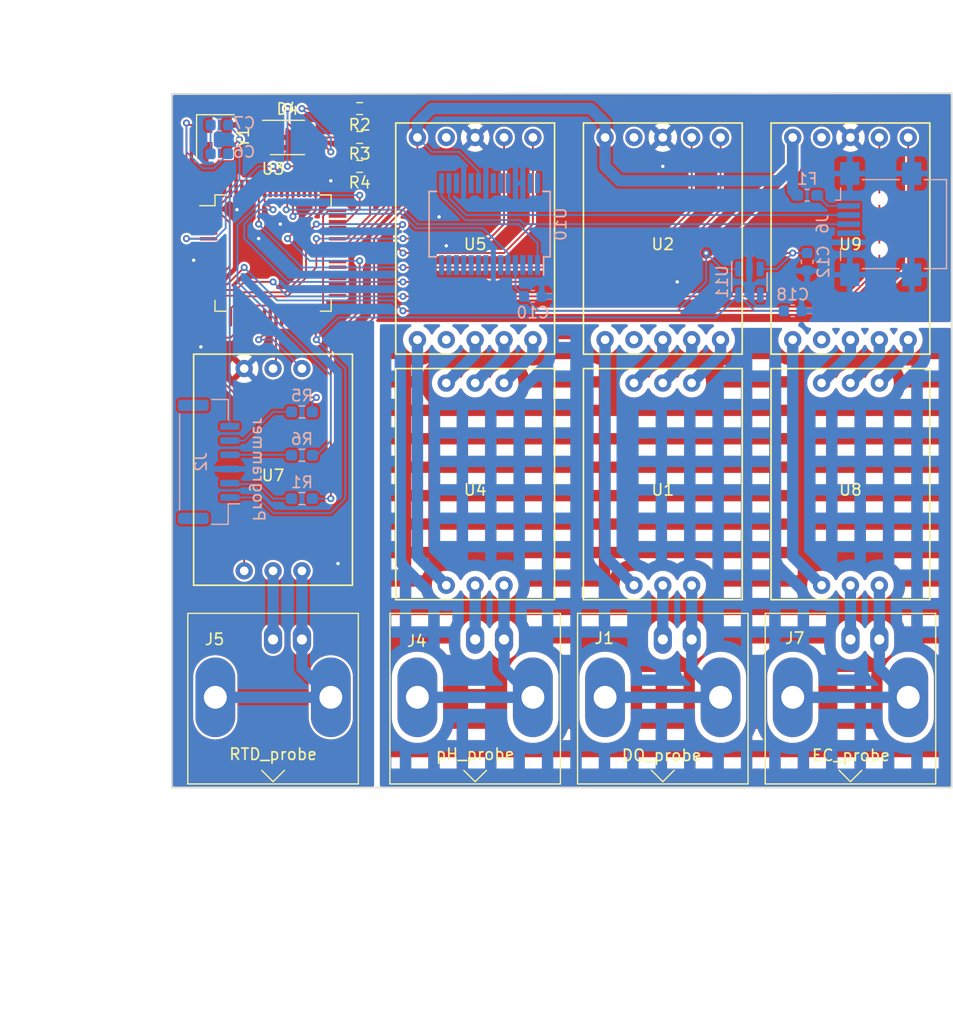
<source format=kicad_pcb>
(kicad_pcb (version 20221018) (generator pcbnew)
  (layers (0 "F.Cu" signal) (31 "B.Cu" signal) (34 "B.Paste" user) (35 "F.Paste" user) (36 "B.SilkS" user "B.Silkscreen") (37 "F.SilkS" user "F.Silkscreen") (38 "B.Mask" user) (39 "F.Mask" user) (44 "Edge.Cuts" user))
  (net 0 "")
  (net 1 "+3.3V")
  (net 2 "Earth")
  (net 3 "Net-(U3-PF0)")
  (net 4 "Net-(C6-Pad2)")
  (net 5 "Net-(U3-PF1)")
  (net 6 "Net-(D2-K)")
  (net 7 "Net-(D3-K)")
  (net 8 "Net-(D4-AR)")
  (net 9 "/SWO")
  (net 10 "Net-(D4-AG)")
  (net 11 "Net-(D4-AB)")
  (net 12 "Net-(J6-VBUS)")
  (net 13 "/ISO_USART2_RX")
  (net 14 "/ISO_USART2_TX")
  (net 15 "/ISO_USART1_TX")
  (net 16 "/ISO_USART1_RX")
  (net 17 "Net-(J1-In)")
  (net 18 "Net-(J1-Ext)")
  (net 19 "Net-(J2-Pin_2)")
  (net 20 "Net-(J2-Pin_4)")
  (net 21 "/ISO_USART4_RX")
  (net 22 "/ISO_USART4_TX")
  (net 23 "Net-(J2-Pin_5)")
  (net 24 "Net-(J4-In)")
  (net 25 "/NRST")
  (net 26 "+5V")
  (net 27 "Net-(J4-Ext)")
  (net 28 "Net-(J5-In)")
  (net 29 "Net-(J5-Ext)")
  (net 30 "Net-(J6-D-)")
  (net 31 "Net-(J6-D+)")
  (net 32 "Net-(J7-In)")
  (net 33 "Net-(J7-Ext)")
  (net 34 "/SWCLK")
  (net 35 "/LED_R_TIM1_CH1")
  (net 36 "/LED_G_TIM1_CH2")
  (net 37 "/LED_B_TIM1_CH3")
  (net 38 "/SWDIO")
  (net 39 "/ISO_GND_DO")
  (net 40 "/ISO_VCC_DO")
  (net 41 "/USART1_TX_DO")
  (net 42 "/USART1_RX_DO")
  (net 52 "/USART4_TX_EC")
  (net 53 "/USART4_RX_EC")
  (net 54 "/USART2_TX_pH")
  (net 55 "/USART2_RX_pH")
  (net 60 "/USART3_TX_RTD")
  (net 61 "/USART3_RX_RTD")
  (net 80 "/USART5_TX_COM1")
  (net 81 "/USART5_RX_COM1")
  (net 87 "/ISO_GND_pH")
  (net 88 "/ISO_VCC_pH")
  (net 91 "/ISO_GND_EC")
  (net 92 "/ISO_VCC_EC")
  (footprint "board:EZO_voltage_isolator" (layer "F.Cu") (at 137.16 68.58)
    (fp_text reference "U2")
    (fp_text value "Isolator_DO")
  )
  (footprint "Package_QFP:LQFP-64_10x10mm_P0.5mm" (layer "F.Cu") (at 102.87 69.85)
    (fp_text reference "U3")
    (fp_text value "STM32F091RCTx")
  )
  (footprint "board:EZO_circuit" (layer "F.Cu") (at 120.65 90.17)
    (fp_text reference "U4")
    (fp_text value "EZO_PH")
  )
  (footprint "board:EZO_circuit" (layer "F.Cu") (at 102.87 88.9)
    (fp_text reference "U7")
    (fp_text value "EZO_RTD")
  )
  (footprint "Resistor_SMD:R_0603_1608Metric_Pad0.98x0.95mm_HandSolder" (layer "F.Cu") (at 110.49 57.15 180)
    (fp_text reference "R2")
    (fp_text value "22")
  )
  (footprint "board:EZO_voltage_isolator" (layer "F.Cu") (at 120.65 68.58)
    (fp_text reference "U5")
    (fp_text value "Isolator_PH")
  )
  (footprint "Connector_Coaxial:BNC_Amphenol_B6252HB-NPP3G-50_Horizontal" (layer "F.Cu") (at 153.67 103.83 180)
    (fp_text reference "J7")
    (fp_text value "EC_probe")
  )
  (footprint "Resistor_SMD:R_0603_1608Metric_Pad0.98x0.95mm_HandSolder" (layer "F.Cu") (at 110.49 62.23 180)
    (fp_text reference "R4")
    (fp_text value "22")
  )
  (footprint "Connector_Coaxial:BNC_Amphenol_B6252HB-NPP3G-50_Horizontal" (layer "F.Cu") (at 102.87 103.83 180)
    (fp_text reference "J5")
    (fp_text value "RTD_probe")
  )
  (footprint "Connector_Coaxial:BNC_Amphenol_B6252HB-NPP3G-50_Horizontal" (layer "F.Cu") (at 120.65 103.83 180)
    (fp_text reference "J4")
    (fp_text value "pH_probe")
  )
  (footprint "board:EZO_circuit" (layer "F.Cu") (at 153.67 90.17)
    (fp_text reference "U8")
    (fp_text value "EZO_EC")
  )
  (footprint "LED_SMD:LED_Avago_PLCC6_3x2.8mm" (layer "F.Cu") (at 104.14 59.69)
    (fp_text reference "D4")
    (fp_text value "ASMT-YTB7-0AA02")
  )
  (footprint "board:EZO_circuit" (layer "F.Cu") (at 137.16 90.17)
    (fp_text reference "U1")
    (fp_text value "EZO_DO")
  )
  (footprint "board:EZO_voltage_isolator" (layer "F.Cu") (at 153.67 68.58)
    (fp_text reference "U9")
    (fp_text value "Isolator_EC")
  )
  (footprint "Connector_Coaxial:BNC_Amphenol_B6252HB-NPP3G-50_Horizontal" (layer "F.Cu") (at 137.16 103.83 180)
    (fp_text reference "J1")
    (fp_text value "DO_probe")
  )
  (footprint "Resistor_SMD:R_0603_1608Metric_Pad0.98x0.95mm_HandSolder" (layer "F.Cu") (at 110.49 59.69 180)
    (fp_text reference "R3")
    (fp_text value "22")
  )
  (footprint "Crystal:Crystal_SMD_Abracon_ABM8G-4Pin_3.2x2.5mm" (layer "F.Cu") (at 97.79 59.69 -90)
    (fp_text reference "Y1")
    (fp_text value "12MHz")
  )
  (footprint "Capacitor_SMD:C_0603_1608Metric" (layer "B.Cu") (at 148.59 74.93 180)
    (fp_text reference "C18")
    (fp_text value "1uF,16V")
  )
  (footprint "Capacitor_SMD:C_0603_1608Metric" (layer "B.Cu") (at 149.86 70.625 90)
    (fp_text reference "C12")
    (fp_text value "1uF,16V")
  )
  (footprint "Capacitor_SMD:C_0603_1608Metric" (layer "B.Cu") (at 125.73 73.66)
    (fp_text reference "C10")
    (fp_text value "100nF")
  )
  (footprint "Resistor_SMD:R_0603_1608Metric_Pad0.98x0.95mm_HandSolder" (layer "B.Cu") (at 105.41 91.44 180)
    (fp_text reference "R1")
    (fp_text value "22")
  )
  (footprint "Package_SO:SSOP-28_5.3x10.2mm_P0.65mm" (layer "B.Cu") (at 121.92 67.31 90)
    (fp_text reference "U10")
    (fp_text value "FT232RL")
  )
  (footprint "Capacitor_SMD:C_0603_1608Metric" (layer "B.Cu") (at 98.145 61.13 180)
    (fp_text reference "C6")
    (fp_text value "10pF,16V")
  )
  (footprint "Package_TO_SOT_SMD:SOT-23-5" (layer "B.Cu") (at 144.78 72.39 -90)
    (fp_text reference "U11")
    (fp_text value "TLV755P")
  )
  (footprint "Resistor_SMD:R_0603_1608Metric_Pad0.98x0.95mm_HandSolder" (layer "B.Cu") (at 105.41 83.82 180)
    (fp_text reference "R5")
    (fp_text value "22")
  )
  (footprint "Resistor_SMD:R_0603_1608Metric_Pad0.98x0.95mm_HandSolder" (layer "B.Cu") (at 105.41 87.63 180)
    (fp_text reference "R6")
    (fp_text value "22")
  )
  (footprint "Connector_USB:USB_Mini-B_Lumberg_2486_01_Horizontal" (layer "B.Cu") (at 156.21 67.31 -90)
    (fp_text reference "J6")
    (fp_text value "USB_OTG")
  )
  (footprint "Fuse:Fuse_0603_1608Metric_Pad1.05x0.95mm_HandSolder" (layer "B.Cu") (at 149.86 64.77 180)
    (fp_text reference "F1")
    (fp_text value "500 mA")
  )
  (footprint "Capacitor_SMD:C_0603_1608Metric" (layer "B.Cu") (at 98.145 58.59)
    (fp_text reference "C7")
    (fp_text value "10pF,16V")
  )
  (footprint "Connector_JST:JST_GH_SM06B-GHS-TB_1x06-1MP_P1.25mm_Horizontal" (layer "B.Cu") (at 97.21 88.215 90)
    (fp_text reference "J2")
    (fp_text value "Conn_01x06")
  )
  (gr_line (start 162.56 55.81) (end 93.98 55.88) (stroke (width 0.15)) (layer "Edge.Cuts"))
  (gr_line (start 93.98 116.84) (end 93.98 55.88) (stroke (width 0.15)) (layer "Edge.Cuts"))
  (gr_line (start 162.56 116.84) (end 93.98 116.84) (stroke (width 0.15)) (layer "Edge.Cuts"))
  (gr_line (start 162.56 116.84) (end 162.56 55.81) (stroke (width 0.15)) (layer "Edge.Cuts"))
  (gr_text "Programmer" (at 101.6 88.9 -90) (layer "B.SilkS") (effects (font (size 1 1)) (justify mirror)))
  (segment (start 99.12 64.175) (end 99.06 64.235) (width 0.16) (layer "F.Cu") (net 1))
  (segment (start 99.132046 77.29) (end 97.97 77.29) (width 0.16) (layer "F.Cu") (net 1))
  (segment (start 97.195 72.1) (end 96.417954 72.1) (width 0.16) (layer "F.Cu") (net 1))
  (segment (start 106.62 75.525) (end 107.27 74.875) (width 0.16) (layer "F.Cu") (net 1))
  (segment (start 106.62 74.747954) (end 106.62 75.525) (width 0.16) (layer "F.Cu") (net 1))
  (segment (start 106.62 75.525) (end 106.62 77.41) (width 0.16) (layer "F.Cu") (net 1))
  (segment (start 97.195 72.1) (end 97.972046 72.1) (width 0.16) (layer "F.Cu") (net 1))
  (segment (start 99.06 64.235) (end 99.06 64.77) (width 0.16) (layer "F.Cu") (net 1))
  (segment (start 95.61 74.93) (end 97.97 77.29) (width 0.16) (layer "F.Cu") (net 1))
  (segment (start 106.62 77.41) (end 106.68 77.47) (width 0.16) (layer "F.Cu") (net 1))
  (segment (start 107.27 74.875) (end 107.27 66.597954) (width 0.16) (layer "F.Cu") (net 1))
  (segment (start 97.195 66.1) (end 97.73 66.1) (width 0.16) (layer "F.Cu") (net 1))
  (segment (start 99.06 71.012046) (end 99.06 67.187954) (width 0.16) (layer "F.Cu") (net 1))
  (segment (start 107.27 66.597954) (end 107.767954 66.1) (width 0.16) (layer "F.Cu") (net 1))
  (segment (start 100.397954 74.47) (end 106.342046 74.47) (width 0.16) (layer "F.Cu") (net 1))
  (segment (start 97.972046 66.1) (end 97.195 66.1) (width 0.16) (layer "F.Cu") (net 1))
  (segment (start 97.73 66.1) (end 99.06 64.77) (width 0.16) (layer "F.Cu") (net 1))
  (segment (start 95.61 72.907954) (end 95.61 74.93) (width 0.16) (layer "F.Cu") (net 1))
  (segment (start 100.12 76.302046) (end 99.132046 77.29) (width 0.16) (layer "F.Cu") (net 1))
  (segment (start 100.12 74.747954) (end 100.397954 74.47) (width 0.16) (layer "F.Cu") (net 1))
  (segment (start 100.12 75.525) (end 100.12 76.302046) (width 0.16) (layer "F.Cu") (net 1))
  (segment (start 97.972046 72.1) (end 99.06 71.012046) (width 0.16) (layer "F.Cu") (net 1))
  (segment (start 100.12 75.525) (end 100.12 74.747954) (width 0.16) (layer "F.Cu") (net 1))
  (segment (start 106.342046 74.47) (end 106.62 74.747954) (width 0.16) (layer "F.Cu") (net 1))
  (segment (start 99.06 67.187954) (end 97.972046 66.1) (width 0.16) (layer "F.Cu") (net 1))
  (segment (start 96.417954 72.1) (end 95.61 72.907954) (width 0.16) (layer "F.Cu") (net 1))
  (segment (start 107.767954 66.1) (end 108.545 66.1) (width 0.16) (layer "F.Cu") (net 1))
  (via (at 106.68 77.47) (size 0.62) (drill 0.3) (layers "F.Cu" "B.Cu") (net 1))
  (segment (start 145.2325 74.93) (end 147.815 74.93) (width 0.16) (layer "B.Cu") (net 1))
  (segment (start 141.8375 75.52) (end 140.97 75.52) (width 0.16) (layer "B.Cu") (net 1))
  (segment (start 106.68 77.47) (end 108.63 75.52) (width 0.16) (layer "B.Cu") (net 1))
  (segment (start 143.83 73.5275) (end 145.2325 74.93) (width 0.16) (layer "B.Cu") (net 1))
  (segment (start 109.22 80.01) (end 109.22 91.44) (width 0.16) (layer "B.Cu") (net 1))
  (segment (start 99.06 91.34) (end 101.5 91.34) (width 0.16) (layer "B.Cu") (net 1))
  (segment (start 102.87 92.71) (end 107.95 92.71) (width 0.16) (layer "B.Cu") (net 1))
  (segment (start 143.83 73.5275) (end 141.8375 75.52) (width 0.16) (layer "B.Cu") (net 1))
  (segment (start 106.68 77.47) (end 109.22 80.01) (width 0.16) (layer "B.Cu") (net 1))
  (segment (start 101.5 91.34) (end 102.87 92.71) (width 0.16) (layer "B.Cu") (net 1))
  (segment (start 109.22 91.44) (end 107.95 92.71) (width 0.16) (layer "B.Cu") (net 1))
  (segment (start 108.63 75.52) (end 140.97 75.52) (width 0.16) (layer "B.Cu") (net 1))
  (via (at 101.6 68.58) (size 0.35) (drill 0.3) (layers "F.Cu" "B.Cu") (net 2))
  (via (at 108.585 97.155) (size 0.35) (drill 0.3) (layers "F.Cu" "B.Cu") (net 2))
  (via (at 137.16 62.23) (size 0.35) (drill 0.3) (layers "F.Cu" "B.Cu") (net 2))
  (via (at 99.695 66.04) (size 0.35) (drill 0.3) (layers "F.Cu" "B.Cu") (net 2))
  (via (at 117.475 66.675) (size 0.35) (drill 0.3) (layers "F.Cu" "B.Cu") (net 2))
  (via (at 138.43 72.39) (size 0.35) (drill 0.3) (layers "F.Cu" "B.Cu") (net 2))
  (via (at 103.505 67.31) (size 0.35) (drill 0.3) (layers "F.Cu" "B.Cu") (net 2))
  (via (at 95.885 70.485) (size 0.35) (drill 0.3) (layers "F.Cu" "B.Cu") (net 2))
  (via (at 96.52 78.105) (size 0.35) (drill 0.3) (layers "F.Cu" "B.Cu") (net 2))
  (via (at 107.95 63.5) (size 0.35) (drill 0.3) (layers "F.Cu" "B.Cu") (net 2))
  (via (at 118.11 69.215) (size 0.35) (drill 0.3) (layers "F.Cu" "B.Cu") (net 2))
  (segment (start 96.04 68.1) (end 95.25 67.31) (width 0.16) (layer "F.Cu") (net 3))
  (segment (start 97.195 68.1) (end 96.04 68.1) (width 0.16) (layer "F.Cu") (net 3))
  (segment (start 95.25 67.31) (end 95.25 58.42) (width 0.16) (layer "F.Cu") (net 3))
  (segment (start 95.25 58.42) (end 95.42 58.59) (width 0.16) (layer "F.Cu") (net 3))
  (segment (start 95.42 58.59) (end 96.94 58.59) (width 0.16) (layer "F.Cu") (net 3))
  (via (at 95.25 58.42) (size 0.62) (drill 0.3) (layers "F.Cu" "B.Cu") (net 3))
  (segment (start 97.65 62.4) (end 96.69 62.4) (width 0.16) (layer "B.Cu") (net 3))
  (segment (start 95.25 60.96) (end 95.25 58.42) (width 0.16) (layer "B.Cu") (net 3))
  (segment (start 96.69 62.4) (end 95.25 60.96) (width 0.16) (layer "B.Cu") (net 3))
  (segment (start 98.92 61.13) (end 97.65 62.4) (width 0.16) (layer "B.Cu") (net 3))
  (segment (start 97.37 58.59) (end 97.37 61.13) (width 0.16) (layer "B.Cu") (net 4))
  (segment (start 98.98 60.79) (end 99.91 59.86) (width 0.16) (layer "F.Cu") (net 5))
  (segment (start 97.195 68.6) (end 95.27 68.6) (width 0.16) (layer "F.Cu") (net 5))
  (segment (start 95.27 68.6) (end 95.25 68.58) (width 0.16) (layer "F.Cu") (net 5))
  (segment (start 98.64 60.79) (end 98.98 60.79) (width 0.16) (layer "F.Cu") (net 5))
  (via (at 99.91 59.86) (size 0.62) (drill 0.3) (layers "F.Cu" "B.Cu") (net 5))
  (via (at 95.25 68.58) (size 0.62) (drill 0.3) (layers "F.Cu" "B.Cu") (net 5))
  (segment (start 99.91 63.410884) (end 99.91 59.86) (width 0.16) (layer "B.Cu") (net 5))
  (segment (start 97.79 68.58) (end 98.7 67.67) (width 0.16) (layer "B.Cu") (net 5))
  (segment (start 99.91 59.58) (end 99.91 59.86) (width 0.16) (layer "B.Cu") (net 5))
  (segment (start 98.92 58.59) (end 99.91 59.58) (width 0.16) (layer "B.Cu") (net 5))
  (segment (start 98.7 64.620883) (end 99.91 63.410884) (width 0.16) (layer "B.Cu") (net 5))
  (segment (start 98.7 67.67) (end 98.7 64.620883) (width 0.16) (layer "B.Cu") (net 5))
  (segment (start 95.25 68.58) (end 97.79 68.58) (width 0.16) (layer "B.Cu") (net 5))
  (segment (start 109.5775 57.15) (end 105.41 57.15) (width 0.16) (layer "F.Cu") (net 8))
  (segment (start 107.58 60.59) (end 107.95 60.96) (width 0.16) (layer "F.Cu") (net 8))
  (segment (start 105.615 60.59) (end 107.58 60.59) (width 0.16) (layer "F.Cu") (net 8))
  (via (at 107.95 60.96) (size 0.62) (drill 0.3) (layers "F.Cu" "B.Cu") (net 8))
  (via (at 105.41 57.15) (size 0.62) (drill 0.3) (layers "F.Cu" "B.Cu") (net 8))
  (segment (start 105.41 57.15) (end 107.95 59.69) (width 0.16) (layer "B.Cu") (net 8))
  (segment (start 107.95 59.69) (end 107.95 60.96) (width 0.16) (layer "B.Cu") (net 8))
  (segment (start 103.62 62.98) (end 103.62 64.175) (width 0.16) (layer "F.Cu") (net 9))
  (segment (start 102.87 62.23) (end 103.62 62.98) (width 0.16) (layer "F.Cu") (net 9))
  (via (at 102.87 62.23) (size 0.62) (drill 0.3) (layers "F.Cu" "B.Cu") (net 9))
  (segment (start 99.06 64.77) (end 101.6 62.23) (width 0.16) (layer "B.Cu") (net 9))
  (segment (start 101.6 62.23) (end 102.87 62.23) (width 0.16) (layer "B.Cu") (net 9))
  (segment (start 99.06 85.09) (end 99.06 64.77) (width 0.16) (layer "B.Cu") (net 9))
  (segment (start 105.615 59.69) (end 109.5775 59.69) (width 0.16) (layer "F.Cu") (net 10))
  (segment (start 104.51 58.79) (end 104.14 58.42) (width 0.16) (layer "F.Cu") (net 11))
  (segment (start 109.5775 62.23) (end 104.14 62.23) (width 0.16) (layer "F.Cu") (net 11))
  (segment (start 105.615 58.79) (end 104.51 58.79) (width 0.16) (layer "F.Cu") (net 11))
  (segment (start 104.14 58.42) (end 104.14 57.15) (width 0.16) (layer "F.Cu") (net 11))
  (via (at 104.14 57.15) (size 0.62) (drill 0.3) (layers "F.Cu" "B.Cu") (net 11))
  (via (at 104.14 62.23) (size 0.62) (drill 0.3) (layers "F.Cu" "B.Cu") (net 11))
  (segment (start 104.14 62.23) (end 104.14 57.15) (width 0.16) (layer "B.Cu") (net 11))
  (segment (start 151.675 65.71) (end 153.51 65.71) (width 0.16) (layer "B.Cu") (net 12))
  (segment (start 150.735 64.77) (end 151.675 65.71) (width 0.16) (layer "B.Cu") (net 12))
  (segment (start 123.19 77.47) (end 123.19 78.74) (width 1) (layer "B.Cu") (net 13))
  (segment (start 123.19 78.74) (end 120.65 81.28) (width 1) (layer "B.Cu") (net 13))
  (segment (start 123.19 81.28) (end 125.73 78.74) (width 1) (layer "B.Cu") (net 14))
  (segment (start 125.73 78.74) (end 125.73 77.47) (width 1) (layer "B.Cu") (net 14))
  (segment (start 142.24 78.74) (end 139.7 81.28) (width 1) (layer "B.Cu") (net 15))
  (segment (start 142.24 77.47) (end 142.24 78.74) (width 1) (layer "B.Cu") (net 15))
  (segment (start 139.7 77.47) (end 139.7 78.74) (width 1) (layer "B.Cu") (net 16))
  (segment (start 139.7 78.74) (end 137.16 81.28) (width 1) (layer "B.Cu") (net 16))
  (segment (start 137.16 99.06) (end 137.16 103.83) (width 1) (layer "B.Cu") (net 17))
  (segment (start 139.7 106.37) (end 142.24 108.91) (width 1) (layer "B.Cu") (net 18))
  (segment (start 132.08 108.91) (end 142.24 108.91) (width 1) (layer "B.Cu") (net 18))
  (segment (start 139.7 103.83) (end 139.7 106.37) (width 1) (layer "B.Cu") (net 18))
  (segment (start 139.7 103.83) (end 139.7 99.06) (width 1) (layer "B.Cu") (net 18))
  (segment (start 99.14 90.17) (end 99.06 90.09) (width 0.16) (layer "B.Cu") (net 19))
  (segment (start 102.87 91.44) (end 101.6 90.17) (width 0.16) (layer "B.Cu") (net 19))
  (segment (start 101.6 90.17) (end 99.14 90.17) (width 0.16) (layer "B.Cu") (net 19))
  (segment (start 104.4975 91.44) (end 102.87 91.44) (width 0.16) (layer "B.Cu") (net 19))
  (segment (start 99.06 87.59) (end 104.4575 87.59) (width 0.16) (layer "B.Cu") (net 20))
  (segment (start 104.4575 87.59) (end 104.4975 87.63) (width 0.16) (layer "B.Cu") (net 20))
  (segment (start 156.21 78.74) (end 153.67 81.28) (width 1) (layer "B.Cu") (net 21))
  (segment (start 156.21 77.47) (end 156.21 78.74) (width 1) (layer "B.Cu") (net 21))
  (segment (start 158.75 77.47) (end 158.75 78.74) (width 1) (layer "B.Cu") (net 22))
  (segment (start 158.75 78.74) (end 156.21 81.28) (width 1) (layer "B.Cu") (net 22))
  (segment (start 102.87 83.82) (end 104.4975 83.82) (width 0.16) (layer "B.Cu") (net 23))
  (segment (start 99.06 86.34) (end 100.35 86.34) (width 0.16) (layer "B.Cu") (net 23))
  (segment (start 100.35 86.34) (end 102.87 83.82) (width 0.16) (layer "B.Cu") (net 23))
  (segment (start 104.1 83.82) (end 104.18 83.74) (width 0.16) (layer "B.Cu") (net 23))
  (segment (start 120.65 99.06) (end 120.65 103.83) (width 1) (layer "B.Cu") (net 24))
  (segment (start 95.564386 69.1) (end 97.195 69.1) (width 0.16) (layer "F.Cu") (net 25))
  (segment (start 97.295 80.01) (end 95.25 77.965) (width 0.16) (layer "F.Cu") (net 25))
  (segment (start 95.25 69.414386) (end 95.564386 69.1) (width 0.16) (layer "F.Cu") (net 25))
  (segment (start 95.25 77.965) (end 95.25 69.414386) (width 0.16) (layer "F.Cu") (net 25))
  (segment (start 99.835 82.55) (end 100.33 82.55) (width 0.16) (layer "F.Cu") (net 25))
  (segment (start 97.295 80.01) (end 99.835 82.55) (width 0.16) (layer "F.Cu") (net 25))
  (segment (start 106.68 82.55) (end 100.33 82.55) (width 0.16) (layer "F.Cu") (net 25))
  (via (at 106.68 82.55) (size 0.62) (drill 0.3) (layers "F.Cu" "B.Cu") (net 25))
  (segment (start 106.3225 82.9075) (end 106.68 82.55) (width 0.16) (layer "B.Cu") (net 25))
  (segment (start 106.3225 83.82) (end 106.3225 82.9075) (width 0.16) (layer "B.Cu") (net 25))
  (segment (start 110.49 92.71) (end 110.49 76.79) (width 0.16) (layer "F.Cu") (net 26))
  (segment (start 110.49 76.79) (end 111.76 75.52) (width 0.16) (layer "F.Cu") (net 26))
  (segment (start 100.33 96.52) (end 101.6 95.25) (width 0.16) (layer "F.Cu") (net 26))
  (segment (start 115.57 64.77) (end 115.57 59.69) (width 0.16) (layer "F.Cu") (net 26))
  (segment (start 111.76 68.58) (end 115.57 64.77) (width 0.16) (layer "F.Cu") (net 26))
  (segment (start 100.33 97.79) (end 100.33 96.52) (width 0.16) (layer "F.Cu") (net 26))
  (segment (start 148.59 62.23) (end 140.97 69.85) (width 1) (layer "F.Cu") (net 26))
  (segment (start 101.6 95.25) (end 107.95 95.25) (width 0.16) (layer "F.Cu") (net 26))
  (segment (start 111.76 75.52) (end 111.76 68.58) (width 0.16) (layer "F.Cu") (net 26))
  (segment (start 107.95 95.25) (end 110.49 92.71) (width 0.16) (layer "F.Cu") (net 26))
  (segment (start 140.97 69.85) (end 148.59 69.85) (width 0.16) (layer "F.Cu") (net 26))
  (segment (start 148.59 59.69) (end 148.59 62.23) (width 1) (layer "F.Cu") (net 26))
  (via (at 148.59 69.85) (size 0.62) (drill 0.3) (layers "F.Cu" "B.Cu") (net 26))
  (via (at 140.97 69.85) (size 0.62) (drill 0.3) (layers "F.Cu" "B.Cu") (net 26))
  (segment (start 124.955 73.66) (end 126.225 74.93) (width 0.16) (layer "B.Cu") (net 26))
  (segment (start 119.23 60.96) (end 116.84 60.96) (width 0.16) (layer "B.Cu") (net 26))
  (segment (start 147.32 63.5) (end 148.59 62.23) (width 1) (layer "B.Cu") (net 26))
  (segment (start 133.35 63.5) (end 147.32 63.5) (width 1) (layer "B.Cu") (net 26))
  (segment (start 120.945 62.675) (end 119.23 60.96) (width 0.16) (layer "B.Cu") (net 26))
  (segment (start 149.86 69.85) (end 148.59 69.85) (width 0.16) (layer "B.Cu") (net 26))
  (segment (start 138.43 74.93) (end 140.97 72.39) (width 0.16) (layer "B.Cu") (net 26))
  (segment (start 148.59 64.375) (end 148.985 64.77) (width 1) (layer "B.Cu") (net 26))
  (segment (start 132.08 59.69) (end 132.08 58.42) (width 1) (layer "B.Cu") (net 26))
  (segment (start 116.84 60.96) (end 115.57 59.69) (width 0.16) (layer "B.Cu") (net 26))
  (segment (start 145.73 71.2525) (end 147.1875 71.2525) (width 0.16) (layer "B.Cu") (net 26))
  (segment (start 116.84 57.15) (end 115.57 58.42) (width 1) (layer "B.Cu") (net 26))
  (segment (start 115.57 58.42) (end 115.57 59.69) (width 1) (layer "B.Cu") (net 26))
  (segment (start 124.195 70.91) (end 124.195 72.9) (width 0.16) (layer "B.Cu") (net 26))
  (segment (start 130.81 57.15) (end 116.84 57.15) (width 1) (layer "B.Cu") (net 26))
  (segment (start 132.08 58.42) (end 130.81 57.15) (width 1) (layer "B.Cu") (net 26))
  (segment (start 148.59 62.23) (end 148.59 59.69) (width 1) (layer "B.Cu") (net 26))
  (segment (start 147.1875 71.2525) (end 148.59 69.85) (width 0.16) (layer "B.Cu") (net 26))
  (segment (start 143.83 71.2525) (end 142.3725 71.2525) (width 0.16) (layer "B.Cu") (net 26))
  (segment (start 140.97 72.39) (end 140.97 69.85) (width 0.16) (layer "B.Cu") (net 26))
  (segment (start 142.3725 71.2525) (end 140.97 69.85) (width 0.16) (layer "B.Cu") (net 26))
  (segment (start 126.225 74.93) (end 138.43 74.93) (width 0.16) (layer "B.Cu") (net 26))
  (segment (start 120.945 63.71) (end 120.945 62.675) (width 0.16) (layer "B.Cu") (net 26))
  (segment (start 132.08 59.69) (end 132.08 62.23) (width 1) (layer "B.Cu") (net 26))
  (segment (start 124.195 72.9) (end 124.955 73.66) (width 0.16) (layer "B.Cu") (net 26))
  (segment (start 132.08 62.23) (end 133.35 63.5) (width 1) (layer "B.Cu") (net 26))
  (segment (start 148.59 59.69) (end 148.59 64.375) (width 1) (layer "B.Cu") (net 26))
  (segment (start 115.57 108.91) (end 125.73 108.91) (width 1) (layer "B.Cu") (net 27))
  (segment (start 123.19 103.83) (end 123.19 99.06) (width 1) (layer "B.Cu") (net 27))
  (segment (start 123.19 106.37) (end 125.73 108.91) (width 1) (layer "B.Cu") (net 27))
  (segment (start 123.19 103.83) (end 123.19 106.37) (width 1) (layer "B.Cu") (net 27))
  (segment (start 102.87 97.79) (end 102.87 103.83) (width 1) (layer "B.Cu") (net 28))
  (segment (start 105.41 103.83) (end 105.41 106.37) (width 1) (layer "B.Cu") (net 29))
  (segment (start 97.79 108.91) (end 107.95 108.91) (width 1) (layer "B.Cu") (net 29))
  (segment (start 105.41 103.83) (end 105.41 97.79) (width 1) (layer "B.Cu") (net 29))
  (segment (start 105.41 106.37) (end 107.95 108.91) (width 1) (layer "B.Cu") (net 29))
  (segment (start 153.51 66.51) (end 119.85 66.51) (width 0.16) (layer "B.Cu") (net 30))
  (segment (start 118.345 65.005) (end 118.345 63.71) (width 0.16) (layer "B.Cu") (net 30))
  (segment (start 119.85 66.51) (end 118.345 65.005) (width 0.16) (layer "B.Cu") (net 30))
  (segment (start 124.609116 66.95) (end 119.780884 66.95) (width 0.16) (layer "B.Cu") (net 31))
  (segment (start 124.969116 67.31) (end 124.609116 66.95) (width 0.16) (layer "B.Cu") (net 31))
  (segment (start 119.780884 66.95) (end 117.695 64.864116) (width 0.16) (layer "B.Cu") (net 31))
  (segment (start 117.695 64.864116) (end 117.695 63.71) (width 0.16) (layer "B.Cu") (net 31))
  (segment (start 153.51 67.31) (end 124.969116 67.31) (width 0.16) (layer "B.Cu") (net 31))
  (segment (start 153.67 99.06) (end 153.67 103.83) (width 1) (layer "B.Cu") (net 32))
  (segment (start 156.21 103.83) (end 156.21 106.37) (width 1) (layer "B.Cu") (net 33))
  (segment (start 156.21 106.37) (end 158.75 108.91) (width 1) (layer "B.Cu") (net 33))
  (segment (start 156.21 103.83) (end 156.21 99.06) (width 1) (layer "B.Cu") (net 33))
  (segment (start 148.59 108.91) (end 158.75 108.91) (width 1) (layer "B.Cu") (net 33))
  (segment (start 106.62 64.175) (end 106.62 66.1) (width 0.16) (layer "F.Cu") (net 34))
  (segment (start 107.95 77.47) (end 107.95 91.44) (width 0.16) (layer "F.Cu") (net 34))
  (segment (start 106.62 66.1) (end 104.14 68.58) (width 0.16) (layer "F.Cu") (net 34))
  (segment (start 110.49 70.5305) (end 110.49 74.93) (width 0.16) (layer "F.Cu") (net 34))
  (segment (start 110.49 74.93) (end 107.95 77.47) (width 0.16) (layer "F.Cu") (net 34))
  (via (at 107.95 91.44) (size 0.62) (drill 0.3) (layers "F.Cu" "B.Cu") (net 34))
  (via (at 104.14 68.58) (size 0.62) (drill 0.3) (layers "F.Cu" "B.Cu") (net 34))
  (via (at 110.49 70.5305) (size 0.62) (drill 0.3) (layers "F.Cu" "B.Cu") (net 34))
  (segment (start 106.3225 91.44) (end 107.95 91.44) (width 0.16) (layer "B.Cu") (net 34))
  (segment (start 106.0905 70.5305) (end 104.14 68.58) (width 0.16) (layer "B.Cu") (net 34))
  (segment (start 110.49 70.5305) (end 106.0905 70.5305) (width 0.16) (layer "B.Cu") (net 34))
  (segment (start 108.545 69.6) (end 109.47 69.6) (width 0.16) (layer "F.Cu") (net 35))
  (segment (start 109.47 69.6) (end 113.03 66.04) (width 0.16) (layer "F.Cu") (net 35))
  (segment (start 113.03 58.7775) (end 111.4025 57.15) (width 0.16) (layer "F.Cu") (net 35))
  (segment (start 113.03 66.04) (end 113.03 58.7775) (width 0.16) (layer "F.Cu") (net 35))
  (segment (start 109.331162 69.1) (end 112.67 65.761162) (width 0.16) (layer "F.Cu") (net 36))
  (segment (start 112.67 60.9575) (end 111.4025 59.69) (width 0.16) (layer "F.Cu") (net 36))
  (segment (start 112.67 65.761162) (end 112.67 60.9575) (width 0.16) (layer "F.Cu") (net 36))
  (segment (start 108.545 69.1) (end 109.331162 69.1) (width 0.16) (layer "F.Cu") (net 36))
  (segment (start 111.4025 66.519546) (end 111.4025 62.23) (width 0.16) (layer "F.Cu") (net 37))
  (segment (start 109.322046 68.6) (end 111.4025 66.519546) (width 0.16) (layer "F.Cu") (net 37))
  (segment (start 108.545 68.6) (end 109.322046 68.6) (width 0.16) (layer "F.Cu") (net 37))
  (segment (start 108.545 67.1) (end 109.322046 67.1) (width 0.16) (layer "F.Cu") (net 38))
  (segment (start 109.322046 67.1) (end 110.49 65.932046) (width 0.16) (layer "F.Cu") (net 38))
  (segment (start 110.49 65.932046) (end 110.49 64.77) (width 0.16) (layer "F.Cu") (net 38))
  (via (at 110.49 64.77) (size 0.62) (drill 0.3) (layers "F.Cu" "B.Cu") (net 38))
  (segment (start 107.95 80.6) (end 107.95 86.36) (width 0.16) (layer "B.Cu") (net 38))
  (segment (start 110.49 64.77) (end 102.360883 64.77) (width 0.16) (layer "B.Cu") (net 38))
  (segment (start 99.74 72.39) (end 107.95 80.6) (width 0.16) (layer "B.Cu") (net 38))
  (segment (start 102.360883 64.77) (end 99.74 67.390884) (width 0.16) (layer "B.Cu") (net 38))
  (segment (start 99.74 67.390884) (end 99.74 72.39) (width 0.16) (layer "B.Cu") (net 38))
  (segment (start 107.95 86.36) (end 106.68 87.63) (width 0.16) (layer "B.Cu") (net 38))
  (segment (start 106.68 87.63) (end 106.3225 87.63) (width 0.16) (layer "B.Cu") (net 38))
  (segment (start 137.16 78.74) (end 134.62 81.28) (width 1) (layer "B.Cu") (net 39))
  (segment (start 137.16 77.47) (end 137.16 78.74) (width 1) (layer "B.Cu") (net 39))
  (segment (start 134.62 99.06) (end 132.08 96.52) (width 1) (layer "B.Cu") (net 40))
  (segment (start 132.08 96.52) (end 132.08 77.47) (width 1) (layer "B.Cu") (net 40))
  (segment (start 114.3 72.39) (end 135.89 72.39) (width 0.16) (layer "F.Cu") (net 41))
  (segment (start 142.24 66.04) (end 142.24 59.69) (width 0.16) (layer "F.Cu") (net 41))
  (segment (start 102.12 65.29) (end 102.12 64.175) (width 0.16) (layer "F.Cu") (net 41))
  (segment (start 102.87 66.04) (end 102.12 65.29) (width 0.16) (layer "F.Cu") (net 41))
  (segment (start 135.89 72.39) (end 142.24 66.04) (width 0.16) (layer "F.Cu") (net 41))
  (via (at 102.87 66.04) (size 0.62) (drill 0.3) (layers "F.Cu" "B.Cu") (net 41))
  (via (at 114.3 72.39) (size 0.62) (drill 0.3) (layers "F.Cu" "B.Cu") (net 41))
  (segment (start 101.6 66.04) (end 102.87 66.04) (width 0.16) (layer "B.Cu") (net 41))
  (segment (start 100.33 67.31) (end 101.6 66.04) (width 0.16) (layer "B.Cu") (net 41))
  (segment (start 104.14 72.39) (end 100.33 68.58) (width 0.16) (layer "B.Cu") (net 41))
  (segment (start 114.3 72.39) (end 104.14 72.39) (width 0.16) (layer "B.Cu") (net 41))
  (segment (start 100.33 68.58) (end 100.33 67.31) (width 0.16) (layer "B.Cu") (net 41))
  (segment (start 139.7 66.04) (end 139.7 59.69) (width 0.16) (layer "F.Cu") (net 42))
  (segment (start 134.62 71.12) (end 139.7 66.04) (width 0.16) (layer "F.Cu") (net 42))
  (segment (start 101.62 64.175) (end 101.62 67.29) (width 0.16) (layer "F.Cu") (net 42))
  (segment (start 114.3 71.12) (end 134.62 71.12) (width 0.16) (layer "F.Cu") (net 42))
  (segment (start 101.62 67.29) (end 101.6 67.31) (width 0.16) (layer "F.Cu") (net 42))
  (via (at 114.3 71.12) (size 0.62) (drill 0.3) (layers "F.Cu" "B.Cu") (net 42))
  (via (at 101.6 67.31) (size 0.62) (drill 0.3) (layers "F.Cu" "B.Cu") (net 42))
  (segment (start 105.41 71.12) (end 114.3 71.12) (width 0.16) (layer "B.Cu") (net 42))
  (segment (start 101.6 67.31) (end 105.41 71.12) (width 0.16) (layer "B.Cu") (net 42))
  (segment (start 100.33 71.12) (end 98.85 72.6) (width 0.16) (layer "F.Cu") (net 52))
  (segment (start 158.75 71.12) (end 158.75 59.69) (width 0.16) (layer "F.Cu") (net 52))
  (segment (start 154.94 74.93) (end 158.75 71.12) (width 0.16) (layer "F.Cu") (net 52))
  (segment (start 98.85 72.6) (end 97.195 72.6) (width 0.16) (layer "F.Cu") (net 52))
  (segment (start 114.3 74.93) (end 154.94 74.93) (width 0.16) (layer "F.Cu") (net 52))
  (via (at 114.3 74.93) (size 0.62) (drill 0.3) (layers "F.Cu" "B.Cu") (net 52))
  (via (at 100.33 71.12) (size 0.62) (drill 0.3) (layers "F.Cu" "B.Cu") (net 52))
  (segment (start 103.23 74.02) (end 100.33 71.12) (width 0.16) (layer "B.Cu") (net 52))
  (segment (start 114.3 74.93) (end 113.39 74.02) (width 0.16) (layer "B.Cu") (net 52))
  (segment (start 113.39 74.02) (end 103.23 74.02) (width 0.16) (layer "B.Cu") (net 52))
  (segment (start 99.62 73.1) (end 100.33 72.39) (width 0.16) (layer "F.Cu") (net 53))
  (segment (start 114.3 73.66) (end 153.67 73.66) (width 0.16) (layer "F.Cu") (net 53))
  (segment (start 100.33 72.39) (end 102.87 72.39) (width 0.16) (layer "F.Cu") (net 53))
  (segment (start 153.67 73.66) (end 156.21 71.12) (width 0.16) (layer "F.Cu") (net 53))
  (segment (start 156.21 71.12) (end 156.21 59.69) (width 0.16) (layer "F.Cu") (net 53))
  (segment (start 97.195 73.1) (end 99.62 73.1) (width 0.16) (layer "F.Cu") (net 53))
  (via (at 114.3 73.66) (size 0.62) (drill 0.3) (layers "F.Cu" "B.Cu") (net 53))
  (via (at 102.87 72.39) (size 0.62) (drill 0.3) (layers "F.Cu" "B.Cu") (net 53))
  (segment (start 102.87 72.39) (end 104.14 73.66) (width 0.16) (layer "B.Cu") (net 53))
  (segment (start 104.14 73.66) (end 114.3 73.66) (width 0.16) (layer "B.Cu") (net 53))
  (segment (start 103.990884 73.3) (end 100.058838 73.3) (width 0.16) (layer "F.Cu") (net 54))
  (segment (start 105.77 71.520884) (end 103.990884 73.3) (width 0.16) (layer "F.Cu") (net 54))
  (segment (start 100.058838 73.3) (end 99.758838 73.6) (width 0.16) (layer "F.Cu") (net 54))
  (segment (start 123.19 69.85) (end 114.3 69.85) (width 0.16) (layer "F.Cu") (net 54))
  (segment (start 106.68 67.31) (end 105.77 68.22) (width 0.16) (layer "F.Cu") (net 54))
  (segment (start 113.71 67.9) (end 114.263602 67.346398) (width 0.16) (layer "F.Cu") (net 54))
  (segment (start 125.73 67.31) (end 123.19 69.85) (width 0.16) (layer "F.Cu") (net 54))
  (segment (start 114.3 69.85) (end 113.71 69.26) (width 0.16) (layer "F.Cu") (net 54))
  (segment (start 99.758838 73.6) (end 97.195 73.6) (width 0.16) (layer "F.Cu") (net 54))
  (segment (start 105.77 68.22) (end 105.77 71.520884) (width 0.16) (layer "F.Cu") (net 54))
  (segment (start 125.73 59.69) (end 125.73 67.31) (width 0.16) (layer "F.Cu") (net 54))
  (segment (start 113.71 69.26) (end 113.71 67.9) (width 0.16) (layer "F.Cu") (net 54))
  (via (at 114.263602 67.346398) (size 0.62) (drill 0.3) (layers "F.Cu" "B.Cu") (net 54))
  (via (at 114.3 69.85) (size 0.62) (drill 0.3) (layers "F.Cu" "B.Cu") (net 54))
  (via (at 106.68 67.31) (size 0.62) (drill 0.3) (layers "F.Cu" "B.Cu") (net 54))
  (segment (start 114.227204 67.31) (end 114.263602 67.346398) (width 0.16) (layer "B.Cu") (net 54))
  (segment (start 106.68 67.31) (end 114.227204 67.31) (width 0.16) (layer "B.Cu") (net 54))
  (segment (start 100.207954 73.66) (end 104.14 73.66) (width 0.16) (layer "F.Cu") (net 55))
  (segment (start 106.68 71.12) (end 106.68 68.58) (width 0.16) (layer "F.Cu") (net 55))
  (segment (start 99.12 74.747954) (end 100.207954 73.66) (width 0.16) (layer "F.Cu") (net 55))
  (segment (start 123.19 67.31) (end 123.19 59.69) (width 0.16) (layer "F.Cu") (net 55))
  (segment (start 104.14 73.66) (end 106.68 71.12) (width 0.16) (layer "F.Cu") (net 55))
  (segment (start 99.12 75.525) (end 99.12 74.747954) (width 0.16) (layer "F.Cu") (net 55))
  (segment (start 121.92 68.58) (end 123.19 67.31) (width 0.16) (layer "F.Cu") (net 55))
  (segment (start 114.3 68.58) (end 121.92 68.58) (width 0.16) (layer "F.Cu") (net 55))
  (via (at 114.3 68.58) (size 0.62) (drill 0.3) (layers "F.Cu" "B.Cu") (net 55))
  (via (at 106.68 68.58) (size 0.62) (drill 0.3) (layers "F.Cu" "B.Cu") (net 55))
  (segment (start 114.3 68.58) (end 106.68 68.58) (width 0.16) (layer "B.Cu") (net 55))
  (segment (start 102.62 75.525) (end 102.62 76.45) (width 0.16) (layer "F.Cu") (net 60))
  (segment (start 102.62 76.45) (end 101.6 77.47) (width 0.16) (layer "F.Cu") (net 60))
  (via (at 101.6 77.47) (size 0.62) (drill 0.3) (layers "F.Cu" "B.Cu") (net 60))
  (segment (start 102.87 77.47) (end 101.6 77.47) (width 0.16) (layer "B.Cu") (net 60))
  (segment (start 105.41 80.01) (end 102.87 77.47) (width 0.16) (layer "B.Cu") (net 60))
  (segment (start 103.12 79.76) (end 102.87 80.01) (width 0.16) (layer "F.Cu") (net 61))
  (segment (start 103.12 75.525) (end 103.12 79.76) (width 0.16) (layer "F.Cu") (net 61))
  (segment (start 104.62 66.6295) (end 104.62 64.175) (width 0.16) (layer "F.Cu") (net 80))
  (via (at 104.62 66.6295) (size 0.62) (drill 0.3) (layers "F.Cu" "B.Cu") (net 80))
  (segment (start 104.62 66.6295) (end 104.8495 66.4) (width 0.16) (layer "B.Cu") (net 80))
  (segment (start 104.8495 66.4) (end 114.150884 66.4) (width 0.16) (layer "B.Cu") (net 80))
  (segment (start 121.34 67.67) (end 123.545 69.875) (width 0.16) (layer "B.Cu") (net 80))
  (segment (start 115.420884 67.67) (end 121.34 67.67) (width 0.16) (layer "B.Cu") (net 80))
  (segment (start 114.150884 66.4) (end 115.420884 67.67) (width 0.16) (layer "B.Cu") (net 80))
  (segment (start 123.545 69.875) (end 123.545 70.91) (width 0.16) (layer "B.Cu") (net 80))
  (segment (start 104.12 65.9505) (end 104.12 64.175) (width 0.16) (layer "F.Cu") (net 81))
  (segment (start 104.0305 66.04) (end 104.12 65.9505) (width 0.16) (layer "F.Cu") (net 81))
  (via (at 104.0305 66.04) (size 0.62) (drill 0.3) (layers "F.Cu" "B.Cu") (net 81))
  (segment (start 114.3 66.04) (end 115.57 67.31) (width 0.16) (layer "B.Cu") (net 81))
  (segment (start 124.46 67.31) (end 126.145 68.995) (width 0.16) (layer "B.Cu") (net 81))
  (segment (start 115.57 67.31) (end 124.46 67.31) (width 0.16) (layer "B.Cu") (net 81))
  (segment (start 104.0305 66.04) (end 114.3 66.04) (width 0.16) (layer "B.Cu") (net 81))
  (segment (start 126.145 68.995) (end 126.145 70.91) (width 0.16) (layer "B.Cu") (net 81))
  (segment (start 120.65 77.47) (end 120.65 78.74) (width 1) (layer "B.Cu") (net 87))
  (segment (start 120.65 78.74) (end 118.11 81.28) (width 1) (layer "B.Cu") (net 87))
  (segment (start 115.57 96.52) (end 115.57 77.47) (width 1) (layer "B.Cu") (net 88))
  (segment (start 118.11 99.06) (end 115.57 96.52) (width 1) (layer "B.Cu") (net 88))
  (segment (start 153.67 78.74) (end 151.13 81.28) (width 1) (layer "B.Cu") (net 91))
  (segment (start 153.67 77.47) (end 153.67 78.74) (width 1) (layer "B.Cu") (net 91))
  (segment (start 148.59 96.52) (end 148.59 77.47) (width 1) (layer "B.Cu") (net 92))
  (segment (start 151.13 99.06) (end 148.59 96.52) (width 1) (layer "B.Cu") (net 92))
  (zone (net 2) (net_name "Earth") (layer "F.Cu") (priority 2) (connect_pads (clearance 0.2)) (min_thickness 0.25) (fill yes (thermal_gap 0.5) (thermal_bridge_width 0.5))
    (polygon (pts (xy 162.56 55.88) (xy 93.98 55.88) (xy 93.98 116.84) (xy 111.76 116.84) (xy 111.76 75.915) (xy 162.56 75.915)))
  )
  (zone (net 0) (net_name "") (layer "F.Cu") (connect_pads (clearance 0.508)) (min_thickness 0.254) (fill yes (mode hatch) (thermal_gap 0.508) (thermal_bridge_width 0.508) (island_removal_mode 1) (island_area_min 10) (hatch_thickness 1) (hatch_gap 1.5) (hatch_orientation 0) (hatch_border_algorithm hatch_thickness) (hatch_min_hole_area 0.3))
    (polygon (pts (xy 111.76 75.915) (xy 162.56 75.915) (xy 162.56 116.91) (xy 111.76 116.84)))
  )
  (zone (net 0) (net_name "") (layer "B.Cu") (connect_pads (clearance 0.508)) (min_thickness 0.254) (fill yes (mode hatch) (thermal_gap 0.508) (thermal_bridge_width 0.508) (island_removal_mode 1) (island_area_min 10) (hatch_thickness 1) (hatch_gap 1.5) (hatch_orientation 0) (hatch_border_algorithm hatch_thickness) (hatch_min_hole_area 0.3))
    (polygon (pts (xy 111.76 75.915) (xy 162.56 75.915) (xy 162.56 116.84) (xy 111.76 116.84)))
  )
  (zone (net 2) (net_name "Earth") (layer "B.Cu") (priority 1) (connect_pads (clearance 0.2)) (min_thickness 0.25) (fill yes (thermal_gap 0.5) (thermal_bridge_width 0.5))
    (polygon (pts (xy 162.56 55.88) (xy 93.98 55.88) (xy 93.98 116.84) (xy 111.76 116.84) (xy 111.76 75.915) (xy 162.56 75.915)))
  )
)
</source>
